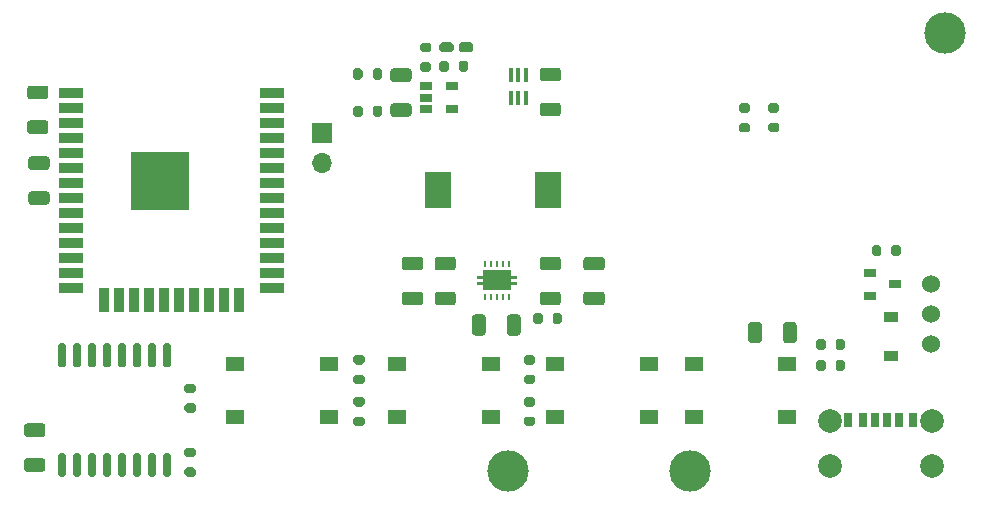
<source format=gts>
G04 #@! TF.GenerationSoftware,KiCad,Pcbnew,5.1.9-73d0e3b20d~88~ubuntu20.04.1*
G04 #@! TF.CreationDate,2021-01-28T18:16:06+05:30*
G04 #@! TF.ProjectId,open_authenticator,6f70656e-5f61-4757-9468-656e74696361,v01*
G04 #@! TF.SameCoordinates,Original*
G04 #@! TF.FileFunction,Soldermask,Top*
G04 #@! TF.FilePolarity,Negative*
%FSLAX46Y46*%
G04 Gerber Fmt 4.6, Leading zero omitted, Abs format (unit mm)*
G04 Created by KiCad (PCBNEW 5.1.9-73d0e3b20d~88~ubuntu20.04.1) date 2021-01-28 18:16:06*
%MOMM*%
%LPD*%
G01*
G04 APERTURE LIST*
%ADD10C,3.500000*%
%ADD11R,1.550000X1.300000*%
%ADD12R,0.700000X1.200000*%
%ADD13R,0.760000X1.200000*%
%ADD14R,0.800000X1.200000*%
%ADD15C,2.000000*%
%ADD16R,1.200000X0.900000*%
%ADD17R,0.240000X0.600000*%
%ADD18C,0.100000*%
%ADD19R,0.400000X1.200000*%
%ADD20R,2.200000X3.050000*%
%ADD21R,1.100000X0.650000*%
%ADD22R,2.000000X0.900000*%
%ADD23R,0.900000X2.000000*%
%ADD24R,5.000000X5.000000*%
%ADD25R,1.060000X0.650000*%
%ADD26R,1.700000X1.700000*%
%ADD27O,1.700000X1.700000*%
%ADD28C,1.524000*%
G04 APERTURE END LIST*
D10*
X132422900Y-119659400D03*
X147802600Y-119659400D03*
X169395140Y-82555080D03*
D11*
X156075000Y-110600000D03*
X156075000Y-115100000D03*
X148125000Y-115100000D03*
X148125000Y-110600000D03*
D12*
X163480000Y-115311720D03*
D13*
X165500000Y-115311720D03*
D14*
X166730000Y-115311720D03*
D12*
X164480000Y-115311720D03*
D13*
X162460000Y-115311720D03*
D14*
X161230000Y-115311720D03*
D15*
X159660000Y-119261720D03*
X168300000Y-119261720D03*
X168300000Y-115461720D03*
X159660000Y-115461720D03*
D11*
X109300000Y-110600000D03*
X109300000Y-115100000D03*
X117250000Y-115100000D03*
X117250000Y-110600000D03*
G36*
G01*
X105775000Y-113075000D02*
X105225000Y-113075000D01*
G75*
G02*
X105025000Y-112875000I0J200000D01*
G01*
X105025000Y-112475000D01*
G75*
G02*
X105225000Y-112275000I200000J0D01*
G01*
X105775000Y-112275000D01*
G75*
G02*
X105975000Y-112475000I0J-200000D01*
G01*
X105975000Y-112875000D01*
G75*
G02*
X105775000Y-113075000I-200000J0D01*
G01*
G37*
G36*
G01*
X105775000Y-114725000D02*
X105225000Y-114725000D01*
G75*
G02*
X105025000Y-114525000I0J200000D01*
G01*
X105025000Y-114125000D01*
G75*
G02*
X105225000Y-113925000I200000J0D01*
G01*
X105775000Y-113925000D01*
G75*
G02*
X105975000Y-114125000I0J-200000D01*
G01*
X105975000Y-114525000D01*
G75*
G02*
X105775000Y-114725000I-200000J0D01*
G01*
G37*
D16*
X164833300Y-106647980D03*
X164833300Y-109947980D03*
G36*
G01*
X155184520Y-90975900D02*
X154634520Y-90975900D01*
G75*
G02*
X154434520Y-90775900I0J200000D01*
G01*
X154434520Y-90375900D01*
G75*
G02*
X154634520Y-90175900I200000J0D01*
G01*
X155184520Y-90175900D01*
G75*
G02*
X155384520Y-90375900I0J-200000D01*
G01*
X155384520Y-90775900D01*
G75*
G02*
X155184520Y-90975900I-200000J0D01*
G01*
G37*
G36*
G01*
X155184520Y-89325900D02*
X154634520Y-89325900D01*
G75*
G02*
X154434520Y-89125900I0J200000D01*
G01*
X154434520Y-88725900D01*
G75*
G02*
X154634520Y-88525900I200000J0D01*
G01*
X155184520Y-88525900D01*
G75*
G02*
X155384520Y-88725900I0J-200000D01*
G01*
X155384520Y-89125900D01*
G75*
G02*
X155184520Y-89325900I-200000J0D01*
G01*
G37*
G36*
G01*
X152718180Y-90983520D02*
X152168180Y-90983520D01*
G75*
G02*
X151968180Y-90783520I0J200000D01*
G01*
X151968180Y-90383520D01*
G75*
G02*
X152168180Y-90183520I200000J0D01*
G01*
X152718180Y-90183520D01*
G75*
G02*
X152918180Y-90383520I0J-200000D01*
G01*
X152918180Y-90783520D01*
G75*
G02*
X152718180Y-90983520I-200000J0D01*
G01*
G37*
G36*
G01*
X152718180Y-89333520D02*
X152168180Y-89333520D01*
G75*
G02*
X151968180Y-89133520I0J200000D01*
G01*
X151968180Y-88733520D01*
G75*
G02*
X152168180Y-88533520I200000J0D01*
G01*
X152718180Y-88533520D01*
G75*
G02*
X152918180Y-88733520I0J-200000D01*
G01*
X152918180Y-89133520D01*
G75*
G02*
X152718180Y-89333520I-200000J0D01*
G01*
G37*
G36*
G01*
X123674999Y-104475000D02*
X124975001Y-104475000D01*
G75*
G02*
X125225000Y-104724999I0J-249999D01*
G01*
X125225000Y-105375001D01*
G75*
G02*
X124975001Y-105625000I-249999J0D01*
G01*
X123674999Y-105625000D01*
G75*
G02*
X123425000Y-105375001I0J249999D01*
G01*
X123425000Y-104724999D01*
G75*
G02*
X123674999Y-104475000I249999J0D01*
G01*
G37*
G36*
G01*
X123674999Y-101525000D02*
X124975001Y-101525000D01*
G75*
G02*
X125225000Y-101774999I0J-249999D01*
G01*
X125225000Y-102425001D01*
G75*
G02*
X124975001Y-102675000I-249999J0D01*
G01*
X123674999Y-102675000D01*
G75*
G02*
X123425000Y-102425001I0J249999D01*
G01*
X123425000Y-101774999D01*
G75*
G02*
X123674999Y-101525000I249999J0D01*
G01*
G37*
D17*
X132500000Y-102100000D03*
X132000000Y-102100000D03*
X131500000Y-102100000D03*
X131000000Y-102100000D03*
X130500000Y-102100000D03*
X130500000Y-104900000D03*
X131000000Y-104900000D03*
X131500000Y-104900000D03*
X132000000Y-104900000D03*
X132500000Y-104900000D03*
D18*
G36*
X132700000Y-103375000D02*
G01*
X132700000Y-103625000D01*
X133200000Y-103625000D01*
X133200000Y-103875000D01*
X132700000Y-103875000D01*
X132700000Y-104325000D01*
X130300000Y-104325000D01*
X130300000Y-103875000D01*
X129800000Y-103875000D01*
X129800000Y-103625000D01*
X130300000Y-103625000D01*
X130300000Y-103375000D01*
X129800000Y-103375000D01*
X129800000Y-103125000D01*
X130300000Y-103125000D01*
X130300000Y-102675000D01*
X132700000Y-102675000D01*
X132700000Y-103125000D01*
X133200000Y-103125000D01*
X133200000Y-103375000D01*
X132700000Y-103375000D01*
G37*
G36*
G01*
X91699999Y-118575000D02*
X93000001Y-118575000D01*
G75*
G02*
X93250000Y-118824999I0J-249999D01*
G01*
X93250000Y-119475001D01*
G75*
G02*
X93000001Y-119725000I-249999J0D01*
G01*
X91699999Y-119725000D01*
G75*
G02*
X91450000Y-119475001I0J249999D01*
G01*
X91450000Y-118824999D01*
G75*
G02*
X91699999Y-118575000I249999J0D01*
G01*
G37*
G36*
G01*
X91699999Y-115625000D02*
X93000001Y-115625000D01*
G75*
G02*
X93250000Y-115874999I0J-249999D01*
G01*
X93250000Y-116525001D01*
G75*
G02*
X93000001Y-116775000I-249999J0D01*
G01*
X91699999Y-116775000D01*
G75*
G02*
X91450000Y-116525001I0J249999D01*
G01*
X91450000Y-115874999D01*
G75*
G02*
X91699999Y-115625000I249999J0D01*
G01*
G37*
G36*
G01*
X91949999Y-87025000D02*
X93250001Y-87025000D01*
G75*
G02*
X93500000Y-87274999I0J-249999D01*
G01*
X93500000Y-87925001D01*
G75*
G02*
X93250001Y-88175000I-249999J0D01*
G01*
X91949999Y-88175000D01*
G75*
G02*
X91700000Y-87925001I0J249999D01*
G01*
X91700000Y-87274999D01*
G75*
G02*
X91949999Y-87025000I249999J0D01*
G01*
G37*
G36*
G01*
X91949999Y-89975000D02*
X93250001Y-89975000D01*
G75*
G02*
X93500000Y-90224999I0J-249999D01*
G01*
X93500000Y-90875001D01*
G75*
G02*
X93250001Y-91125000I-249999J0D01*
G01*
X91949999Y-91125000D01*
G75*
G02*
X91700000Y-90875001I0J249999D01*
G01*
X91700000Y-90224999D01*
G75*
G02*
X91949999Y-89975000I249999J0D01*
G01*
G37*
G36*
G01*
X93350001Y-97125000D02*
X92049999Y-97125000D01*
G75*
G02*
X91800000Y-96875001I0J249999D01*
G01*
X91800000Y-96224999D01*
G75*
G02*
X92049999Y-95975000I249999J0D01*
G01*
X93350001Y-95975000D01*
G75*
G02*
X93600000Y-96224999I0J-249999D01*
G01*
X93600000Y-96875001D01*
G75*
G02*
X93350001Y-97125000I-249999J0D01*
G01*
G37*
G36*
G01*
X93350001Y-94175000D02*
X92049999Y-94175000D01*
G75*
G02*
X91800000Y-93925001I0J249999D01*
G01*
X91800000Y-93274999D01*
G75*
G02*
X92049999Y-93025000I249999J0D01*
G01*
X93350001Y-93025000D01*
G75*
G02*
X93600000Y-93274999I0J-249999D01*
G01*
X93600000Y-93925001D01*
G75*
G02*
X93350001Y-94175000I-249999J0D01*
G01*
G37*
G36*
G01*
X156854720Y-107285379D02*
X156854720Y-108585381D01*
G75*
G02*
X156604721Y-108835380I-249999J0D01*
G01*
X155954719Y-108835380D01*
G75*
G02*
X155704720Y-108585381I0J249999D01*
G01*
X155704720Y-107285379D01*
G75*
G02*
X155954719Y-107035380I249999J0D01*
G01*
X156604721Y-107035380D01*
G75*
G02*
X156854720Y-107285379I0J-249999D01*
G01*
G37*
G36*
G01*
X153904720Y-107285379D02*
X153904720Y-108585381D01*
G75*
G02*
X153654721Y-108835380I-249999J0D01*
G01*
X153004719Y-108835380D01*
G75*
G02*
X152754720Y-108585381I0J249999D01*
G01*
X152754720Y-107285379D01*
G75*
G02*
X153004719Y-107035380I249999J0D01*
G01*
X153654721Y-107035380D01*
G75*
G02*
X153904720Y-107285379I0J-249999D01*
G01*
G37*
G36*
G01*
X122699999Y-85575000D02*
X124000001Y-85575000D01*
G75*
G02*
X124250000Y-85824999I0J-249999D01*
G01*
X124250000Y-86475001D01*
G75*
G02*
X124000001Y-86725000I-249999J0D01*
G01*
X122699999Y-86725000D01*
G75*
G02*
X122450000Y-86475001I0J249999D01*
G01*
X122450000Y-85824999D01*
G75*
G02*
X122699999Y-85575000I249999J0D01*
G01*
G37*
G36*
G01*
X122699999Y-88525000D02*
X124000001Y-88525000D01*
G75*
G02*
X124250000Y-88774999I0J-249999D01*
G01*
X124250000Y-89425001D01*
G75*
G02*
X124000001Y-89675000I-249999J0D01*
G01*
X122699999Y-89675000D01*
G75*
G02*
X122450000Y-89425001I0J249999D01*
G01*
X122450000Y-88774999D01*
G75*
G02*
X122699999Y-88525000I249999J0D01*
G01*
G37*
G36*
G01*
X135349999Y-88475000D02*
X136650001Y-88475000D01*
G75*
G02*
X136900000Y-88724999I0J-249999D01*
G01*
X136900000Y-89375001D01*
G75*
G02*
X136650001Y-89625000I-249999J0D01*
G01*
X135349999Y-89625000D01*
G75*
G02*
X135100000Y-89375001I0J249999D01*
G01*
X135100000Y-88724999D01*
G75*
G02*
X135349999Y-88475000I249999J0D01*
G01*
G37*
G36*
G01*
X135349999Y-85525000D02*
X136650001Y-85525000D01*
G75*
G02*
X136900000Y-85774999I0J-249999D01*
G01*
X136900000Y-86425001D01*
G75*
G02*
X136650001Y-86675000I-249999J0D01*
G01*
X135349999Y-86675000D01*
G75*
G02*
X135100000Y-86425001I0J249999D01*
G01*
X135100000Y-85774999D01*
G75*
G02*
X135349999Y-85525000I249999J0D01*
G01*
G37*
G36*
G01*
X126449999Y-104475000D02*
X127750001Y-104475000D01*
G75*
G02*
X128000000Y-104724999I0J-249999D01*
G01*
X128000000Y-105375001D01*
G75*
G02*
X127750001Y-105625000I-249999J0D01*
G01*
X126449999Y-105625000D01*
G75*
G02*
X126200000Y-105375001I0J249999D01*
G01*
X126200000Y-104724999D01*
G75*
G02*
X126449999Y-104475000I249999J0D01*
G01*
G37*
G36*
G01*
X126449999Y-101525000D02*
X127750001Y-101525000D01*
G75*
G02*
X128000000Y-101774999I0J-249999D01*
G01*
X128000000Y-102425001D01*
G75*
G02*
X127750001Y-102675000I-249999J0D01*
G01*
X126449999Y-102675000D01*
G75*
G02*
X126200000Y-102425001I0J249999D01*
G01*
X126200000Y-101774999D01*
G75*
G02*
X126449999Y-101525000I249999J0D01*
G01*
G37*
G36*
G01*
X130525000Y-106649999D02*
X130525000Y-107950001D01*
G75*
G02*
X130275001Y-108200000I-249999J0D01*
G01*
X129624999Y-108200000D01*
G75*
G02*
X129375000Y-107950001I0J249999D01*
G01*
X129375000Y-106649999D01*
G75*
G02*
X129624999Y-106400000I249999J0D01*
G01*
X130275001Y-106400000D01*
G75*
G02*
X130525000Y-106649999I0J-249999D01*
G01*
G37*
G36*
G01*
X133475000Y-106649999D02*
X133475000Y-107950001D01*
G75*
G02*
X133225001Y-108200000I-249999J0D01*
G01*
X132574999Y-108200000D01*
G75*
G02*
X132325000Y-107950001I0J249999D01*
G01*
X132325000Y-106649999D01*
G75*
G02*
X132574999Y-106400000I249999J0D01*
G01*
X133225001Y-106400000D01*
G75*
G02*
X133475000Y-106649999I0J-249999D01*
G01*
G37*
G36*
G01*
X135349999Y-101525000D02*
X136650001Y-101525000D01*
G75*
G02*
X136900000Y-101774999I0J-249999D01*
G01*
X136900000Y-102425001D01*
G75*
G02*
X136650001Y-102675000I-249999J0D01*
G01*
X135349999Y-102675000D01*
G75*
G02*
X135100000Y-102425001I0J249999D01*
G01*
X135100000Y-101774999D01*
G75*
G02*
X135349999Y-101525000I249999J0D01*
G01*
G37*
G36*
G01*
X135349999Y-104475000D02*
X136650001Y-104475000D01*
G75*
G02*
X136900000Y-104724999I0J-249999D01*
G01*
X136900000Y-105375001D01*
G75*
G02*
X136650001Y-105625000I-249999J0D01*
G01*
X135349999Y-105625000D01*
G75*
G02*
X135100000Y-105375001I0J249999D01*
G01*
X135100000Y-104724999D01*
G75*
G02*
X135349999Y-104475000I249999J0D01*
G01*
G37*
G36*
G01*
X139049999Y-104475000D02*
X140350001Y-104475000D01*
G75*
G02*
X140600000Y-104724999I0J-249999D01*
G01*
X140600000Y-105375001D01*
G75*
G02*
X140350001Y-105625000I-249999J0D01*
G01*
X139049999Y-105625000D01*
G75*
G02*
X138800000Y-105375001I0J249999D01*
G01*
X138800000Y-104724999D01*
G75*
G02*
X139049999Y-104475000I249999J0D01*
G01*
G37*
G36*
G01*
X139049999Y-101525000D02*
X140350001Y-101525000D01*
G75*
G02*
X140600000Y-101774999I0J-249999D01*
G01*
X140600000Y-102425001D01*
G75*
G02*
X140350001Y-102675000I-249999J0D01*
G01*
X139049999Y-102675000D01*
G75*
G02*
X138800000Y-102425001I0J249999D01*
G01*
X138800000Y-101774999D01*
G75*
G02*
X139049999Y-101525000I249999J0D01*
G01*
G37*
G36*
G01*
X128237500Y-84012500D02*
X128237500Y-83587500D01*
G75*
G02*
X128450000Y-83375000I212500J0D01*
G01*
X129250000Y-83375000D01*
G75*
G02*
X129462500Y-83587500I0J-212500D01*
G01*
X129462500Y-84012500D01*
G75*
G02*
X129250000Y-84225000I-212500J0D01*
G01*
X128450000Y-84225000D01*
G75*
G02*
X128237500Y-84012500I0J212500D01*
G01*
G37*
G36*
G01*
X126612500Y-84012500D02*
X126612500Y-83587500D01*
G75*
G02*
X126825000Y-83375000I212500J0D01*
G01*
X127625000Y-83375000D01*
G75*
G02*
X127837500Y-83587500I0J-212500D01*
G01*
X127837500Y-84012500D01*
G75*
G02*
X127625000Y-84225000I-212500J0D01*
G01*
X126825000Y-84225000D01*
G75*
G02*
X126612500Y-84012500I0J212500D01*
G01*
G37*
D19*
X133950000Y-88050000D03*
X133300000Y-88050000D03*
X132650000Y-88050000D03*
X132650000Y-86150000D03*
X133300000Y-86150000D03*
X133950000Y-86150000D03*
D20*
X126500000Y-95850000D03*
X135800000Y-95850000D03*
D21*
X163051780Y-102900600D03*
X163051780Y-104820600D03*
X165151780Y-103860600D03*
G36*
G01*
X135350000Y-106475000D02*
X135350000Y-107025000D01*
G75*
G02*
X135150000Y-107225000I-200000J0D01*
G01*
X134750000Y-107225000D01*
G75*
G02*
X134550000Y-107025000I0J200000D01*
G01*
X134550000Y-106475000D01*
G75*
G02*
X134750000Y-106275000I200000J0D01*
G01*
X135150000Y-106275000D01*
G75*
G02*
X135350000Y-106475000I0J-200000D01*
G01*
G37*
G36*
G01*
X137000000Y-106475000D02*
X137000000Y-107025000D01*
G75*
G02*
X136800000Y-107225000I-200000J0D01*
G01*
X136400000Y-107225000D01*
G75*
G02*
X136200000Y-107025000I0J200000D01*
G01*
X136200000Y-106475000D01*
G75*
G02*
X136400000Y-106275000I200000J0D01*
G01*
X136800000Y-106275000D01*
G75*
G02*
X137000000Y-106475000I0J-200000D01*
G01*
G37*
G36*
G01*
X105225000Y-117700000D02*
X105775000Y-117700000D01*
G75*
G02*
X105975000Y-117900000I0J-200000D01*
G01*
X105975000Y-118300000D01*
G75*
G02*
X105775000Y-118500000I-200000J0D01*
G01*
X105225000Y-118500000D01*
G75*
G02*
X105025000Y-118300000I0J200000D01*
G01*
X105025000Y-117900000D01*
G75*
G02*
X105225000Y-117700000I200000J0D01*
G01*
G37*
G36*
G01*
X105225000Y-119350000D02*
X105775000Y-119350000D01*
G75*
G02*
X105975000Y-119550000I0J-200000D01*
G01*
X105975000Y-119950000D01*
G75*
G02*
X105775000Y-120150000I-200000J0D01*
G01*
X105225000Y-120150000D01*
G75*
G02*
X105025000Y-119950000I0J200000D01*
G01*
X105025000Y-119550000D01*
G75*
G02*
X105225000Y-119350000I200000J0D01*
G01*
G37*
G36*
G01*
X120075000Y-112300000D02*
X119525000Y-112300000D01*
G75*
G02*
X119325000Y-112100000I0J200000D01*
G01*
X119325000Y-111700000D01*
G75*
G02*
X119525000Y-111500000I200000J0D01*
G01*
X120075000Y-111500000D01*
G75*
G02*
X120275000Y-111700000I0J-200000D01*
G01*
X120275000Y-112100000D01*
G75*
G02*
X120075000Y-112300000I-200000J0D01*
G01*
G37*
G36*
G01*
X120075000Y-110650000D02*
X119525000Y-110650000D01*
G75*
G02*
X119325000Y-110450000I0J200000D01*
G01*
X119325000Y-110050000D01*
G75*
G02*
X119525000Y-109850000I200000J0D01*
G01*
X120075000Y-109850000D01*
G75*
G02*
X120275000Y-110050000I0J-200000D01*
G01*
X120275000Y-110450000D01*
G75*
G02*
X120075000Y-110650000I-200000J0D01*
G01*
G37*
G36*
G01*
X133975000Y-115047580D02*
X134525000Y-115047580D01*
G75*
G02*
X134725000Y-115247580I0J-200000D01*
G01*
X134725000Y-115647580D01*
G75*
G02*
X134525000Y-115847580I-200000J0D01*
G01*
X133975000Y-115847580D01*
G75*
G02*
X133775000Y-115647580I0J200000D01*
G01*
X133775000Y-115247580D01*
G75*
G02*
X133975000Y-115047580I200000J0D01*
G01*
G37*
G36*
G01*
X133975000Y-113397580D02*
X134525000Y-113397580D01*
G75*
G02*
X134725000Y-113597580I0J-200000D01*
G01*
X134725000Y-113997580D01*
G75*
G02*
X134525000Y-114197580I-200000J0D01*
G01*
X133975000Y-114197580D01*
G75*
G02*
X133775000Y-113997580I0J200000D01*
G01*
X133775000Y-113597580D01*
G75*
G02*
X133975000Y-113397580I200000J0D01*
G01*
G37*
G36*
G01*
X134525000Y-112300000D02*
X133975000Y-112300000D01*
G75*
G02*
X133775000Y-112100000I0J200000D01*
G01*
X133775000Y-111700000D01*
G75*
G02*
X133975000Y-111500000I200000J0D01*
G01*
X134525000Y-111500000D01*
G75*
G02*
X134725000Y-111700000I0J-200000D01*
G01*
X134725000Y-112100000D01*
G75*
G02*
X134525000Y-112300000I-200000J0D01*
G01*
G37*
G36*
G01*
X134525000Y-110650000D02*
X133975000Y-110650000D01*
G75*
G02*
X133775000Y-110450000I0J200000D01*
G01*
X133775000Y-110050000D01*
G75*
G02*
X133975000Y-109850000I200000J0D01*
G01*
X134525000Y-109850000D01*
G75*
G02*
X134725000Y-110050000I0J-200000D01*
G01*
X134725000Y-110450000D01*
G75*
G02*
X134525000Y-110650000I-200000J0D01*
G01*
G37*
G36*
G01*
X128250000Y-85675000D02*
X128250000Y-85125000D01*
G75*
G02*
X128450000Y-84925000I200000J0D01*
G01*
X128850000Y-84925000D01*
G75*
G02*
X129050000Y-85125000I0J-200000D01*
G01*
X129050000Y-85675000D01*
G75*
G02*
X128850000Y-85875000I-200000J0D01*
G01*
X128450000Y-85875000D01*
G75*
G02*
X128250000Y-85675000I0J200000D01*
G01*
G37*
G36*
G01*
X126600000Y-85675000D02*
X126600000Y-85125000D01*
G75*
G02*
X126800000Y-84925000I200000J0D01*
G01*
X127200000Y-84925000D01*
G75*
G02*
X127400000Y-85125000I0J-200000D01*
G01*
X127400000Y-85675000D01*
G75*
G02*
X127200000Y-85875000I-200000J0D01*
G01*
X126800000Y-85875000D01*
G75*
G02*
X126600000Y-85675000I0J200000D01*
G01*
G37*
G36*
G01*
X125725000Y-85850000D02*
X125175000Y-85850000D01*
G75*
G02*
X124975000Y-85650000I0J200000D01*
G01*
X124975000Y-85250000D01*
G75*
G02*
X125175000Y-85050000I200000J0D01*
G01*
X125725000Y-85050000D01*
G75*
G02*
X125925000Y-85250000I0J-200000D01*
G01*
X125925000Y-85650000D01*
G75*
G02*
X125725000Y-85850000I-200000J0D01*
G01*
G37*
G36*
G01*
X125725000Y-84200000D02*
X125175000Y-84200000D01*
G75*
G02*
X124975000Y-84000000I0J200000D01*
G01*
X124975000Y-83600000D01*
G75*
G02*
X125175000Y-83400000I200000J0D01*
G01*
X125725000Y-83400000D01*
G75*
G02*
X125925000Y-83600000I0J-200000D01*
G01*
X125925000Y-84000000D01*
G75*
G02*
X125725000Y-84200000I-200000J0D01*
G01*
G37*
G36*
G01*
X120100000Y-88925000D02*
X120100000Y-89475000D01*
G75*
G02*
X119900000Y-89675000I-200000J0D01*
G01*
X119500000Y-89675000D01*
G75*
G02*
X119300000Y-89475000I0J200000D01*
G01*
X119300000Y-88925000D01*
G75*
G02*
X119500000Y-88725000I200000J0D01*
G01*
X119900000Y-88725000D01*
G75*
G02*
X120100000Y-88925000I0J-200000D01*
G01*
G37*
G36*
G01*
X121750000Y-88925000D02*
X121750000Y-89475000D01*
G75*
G02*
X121550000Y-89675000I-200000J0D01*
G01*
X121150000Y-89675000D01*
G75*
G02*
X120950000Y-89475000I0J200000D01*
G01*
X120950000Y-88925000D01*
G75*
G02*
X121150000Y-88725000I200000J0D01*
G01*
X121550000Y-88725000D01*
G75*
G02*
X121750000Y-88925000I0J-200000D01*
G01*
G37*
G36*
G01*
X119300000Y-86325000D02*
X119300000Y-85775000D01*
G75*
G02*
X119500000Y-85575000I200000J0D01*
G01*
X119900000Y-85575000D01*
G75*
G02*
X120100000Y-85775000I0J-200000D01*
G01*
X120100000Y-86325000D01*
G75*
G02*
X119900000Y-86525000I-200000J0D01*
G01*
X119500000Y-86525000D01*
G75*
G02*
X119300000Y-86325000I0J200000D01*
G01*
G37*
G36*
G01*
X120950000Y-86325000D02*
X120950000Y-85775000D01*
G75*
G02*
X121150000Y-85575000I200000J0D01*
G01*
X121550000Y-85575000D01*
G75*
G02*
X121750000Y-85775000I0J-200000D01*
G01*
X121750000Y-86325000D01*
G75*
G02*
X121550000Y-86525000I-200000J0D01*
G01*
X121150000Y-86525000D01*
G75*
G02*
X120950000Y-86325000I0J200000D01*
G01*
G37*
G36*
G01*
X158505440Y-109223220D02*
X158505440Y-108673220D01*
G75*
G02*
X158705440Y-108473220I200000J0D01*
G01*
X159105440Y-108473220D01*
G75*
G02*
X159305440Y-108673220I0J-200000D01*
G01*
X159305440Y-109223220D01*
G75*
G02*
X159105440Y-109423220I-200000J0D01*
G01*
X158705440Y-109423220D01*
G75*
G02*
X158505440Y-109223220I0J200000D01*
G01*
G37*
G36*
G01*
X160155440Y-109223220D02*
X160155440Y-108673220D01*
G75*
G02*
X160355440Y-108473220I200000J0D01*
G01*
X160755440Y-108473220D01*
G75*
G02*
X160955440Y-108673220I0J-200000D01*
G01*
X160955440Y-109223220D01*
G75*
G02*
X160755440Y-109423220I-200000J0D01*
G01*
X160355440Y-109423220D01*
G75*
G02*
X160155440Y-109223220I0J200000D01*
G01*
G37*
G36*
G01*
X160161660Y-111000000D02*
X160161660Y-110450000D01*
G75*
G02*
X160361660Y-110250000I200000J0D01*
G01*
X160761660Y-110250000D01*
G75*
G02*
X160961660Y-110450000I0J-200000D01*
G01*
X160961660Y-111000000D01*
G75*
G02*
X160761660Y-111200000I-200000J0D01*
G01*
X160361660Y-111200000D01*
G75*
G02*
X160161660Y-111000000I0J200000D01*
G01*
G37*
G36*
G01*
X158511660Y-111000000D02*
X158511660Y-110450000D01*
G75*
G02*
X158711660Y-110250000I200000J0D01*
G01*
X159111660Y-110250000D01*
G75*
G02*
X159311660Y-110450000I0J-200000D01*
G01*
X159311660Y-111000000D01*
G75*
G02*
X159111660Y-111200000I-200000J0D01*
G01*
X158711660Y-111200000D01*
G75*
G02*
X158511660Y-111000000I0J200000D01*
G01*
G37*
G36*
G01*
X163224260Y-101270480D02*
X163224260Y-100720480D01*
G75*
G02*
X163424260Y-100520480I200000J0D01*
G01*
X163824260Y-100520480D01*
G75*
G02*
X164024260Y-100720480I0J-200000D01*
G01*
X164024260Y-101270480D01*
G75*
G02*
X163824260Y-101470480I-200000J0D01*
G01*
X163424260Y-101470480D01*
G75*
G02*
X163224260Y-101270480I0J200000D01*
G01*
G37*
G36*
G01*
X164874260Y-101270480D02*
X164874260Y-100720480D01*
G75*
G02*
X165074260Y-100520480I200000J0D01*
G01*
X165474260Y-100520480D01*
G75*
G02*
X165674260Y-100720480I0J-200000D01*
G01*
X165674260Y-101270480D01*
G75*
G02*
X165474260Y-101470480I-200000J0D01*
G01*
X165074260Y-101470480D01*
G75*
G02*
X164874260Y-101270480I0J200000D01*
G01*
G37*
G36*
G01*
X119525000Y-115047580D02*
X120075000Y-115047580D01*
G75*
G02*
X120275000Y-115247580I0J-200000D01*
G01*
X120275000Y-115647580D01*
G75*
G02*
X120075000Y-115847580I-200000J0D01*
G01*
X119525000Y-115847580D01*
G75*
G02*
X119325000Y-115647580I0J200000D01*
G01*
X119325000Y-115247580D01*
G75*
G02*
X119525000Y-115047580I200000J0D01*
G01*
G37*
G36*
G01*
X119525000Y-113397580D02*
X120075000Y-113397580D01*
G75*
G02*
X120275000Y-113597580I0J-200000D01*
G01*
X120275000Y-113997580D01*
G75*
G02*
X120075000Y-114197580I-200000J0D01*
G01*
X119525000Y-114197580D01*
G75*
G02*
X119325000Y-113997580I0J200000D01*
G01*
X119325000Y-113597580D01*
G75*
G02*
X119525000Y-113397580I200000J0D01*
G01*
G37*
D11*
X123025000Y-115100000D03*
X123025000Y-110600000D03*
X130975000Y-110600000D03*
X130975000Y-115100000D03*
X136375000Y-110600000D03*
X136375000Y-115100000D03*
X144325000Y-115100000D03*
X144325000Y-110600000D03*
D22*
X112450000Y-87645000D03*
X112450000Y-88915000D03*
X112450000Y-90185000D03*
X112450000Y-91455000D03*
X112450000Y-92725000D03*
X112450000Y-93995000D03*
X112450000Y-95265000D03*
X112450000Y-96535000D03*
X112450000Y-97805000D03*
X112450000Y-99075000D03*
X112450000Y-100345000D03*
X112450000Y-101615000D03*
X112450000Y-102885000D03*
X112450000Y-104155000D03*
D23*
X109665000Y-105155000D03*
X108395000Y-105155000D03*
X107125000Y-105155000D03*
X105855000Y-105155000D03*
X104585000Y-105155000D03*
X103315000Y-105155000D03*
X102045000Y-105155000D03*
X100775000Y-105155000D03*
X99505000Y-105155000D03*
X98235000Y-105155000D03*
D22*
X95450000Y-104155000D03*
X95450000Y-102885000D03*
X95450000Y-101615000D03*
X95450000Y-100345000D03*
X95450000Y-99075000D03*
X95450000Y-97805000D03*
X95450000Y-96535000D03*
X95450000Y-95265000D03*
X95450000Y-93995000D03*
X95450000Y-92725000D03*
X95450000Y-91455000D03*
X95450000Y-90185000D03*
X95450000Y-88915000D03*
X95450000Y-87645000D03*
D24*
X102950000Y-95145000D03*
G36*
G01*
X103395000Y-108825000D02*
X103695000Y-108825000D01*
G75*
G02*
X103845000Y-108975000I0J-150000D01*
G01*
X103845000Y-110725000D01*
G75*
G02*
X103695000Y-110875000I-150000J0D01*
G01*
X103395000Y-110875000D01*
G75*
G02*
X103245000Y-110725000I0J150000D01*
G01*
X103245000Y-108975000D01*
G75*
G02*
X103395000Y-108825000I150000J0D01*
G01*
G37*
G36*
G01*
X102125000Y-108825000D02*
X102425000Y-108825000D01*
G75*
G02*
X102575000Y-108975000I0J-150000D01*
G01*
X102575000Y-110725000D01*
G75*
G02*
X102425000Y-110875000I-150000J0D01*
G01*
X102125000Y-110875000D01*
G75*
G02*
X101975000Y-110725000I0J150000D01*
G01*
X101975000Y-108975000D01*
G75*
G02*
X102125000Y-108825000I150000J0D01*
G01*
G37*
G36*
G01*
X100855000Y-108825000D02*
X101155000Y-108825000D01*
G75*
G02*
X101305000Y-108975000I0J-150000D01*
G01*
X101305000Y-110725000D01*
G75*
G02*
X101155000Y-110875000I-150000J0D01*
G01*
X100855000Y-110875000D01*
G75*
G02*
X100705000Y-110725000I0J150000D01*
G01*
X100705000Y-108975000D01*
G75*
G02*
X100855000Y-108825000I150000J0D01*
G01*
G37*
G36*
G01*
X99585000Y-108825000D02*
X99885000Y-108825000D01*
G75*
G02*
X100035000Y-108975000I0J-150000D01*
G01*
X100035000Y-110725000D01*
G75*
G02*
X99885000Y-110875000I-150000J0D01*
G01*
X99585000Y-110875000D01*
G75*
G02*
X99435000Y-110725000I0J150000D01*
G01*
X99435000Y-108975000D01*
G75*
G02*
X99585000Y-108825000I150000J0D01*
G01*
G37*
G36*
G01*
X98315000Y-108825000D02*
X98615000Y-108825000D01*
G75*
G02*
X98765000Y-108975000I0J-150000D01*
G01*
X98765000Y-110725000D01*
G75*
G02*
X98615000Y-110875000I-150000J0D01*
G01*
X98315000Y-110875000D01*
G75*
G02*
X98165000Y-110725000I0J150000D01*
G01*
X98165000Y-108975000D01*
G75*
G02*
X98315000Y-108825000I150000J0D01*
G01*
G37*
G36*
G01*
X97045000Y-108825000D02*
X97345000Y-108825000D01*
G75*
G02*
X97495000Y-108975000I0J-150000D01*
G01*
X97495000Y-110725000D01*
G75*
G02*
X97345000Y-110875000I-150000J0D01*
G01*
X97045000Y-110875000D01*
G75*
G02*
X96895000Y-110725000I0J150000D01*
G01*
X96895000Y-108975000D01*
G75*
G02*
X97045000Y-108825000I150000J0D01*
G01*
G37*
G36*
G01*
X95775000Y-108825000D02*
X96075000Y-108825000D01*
G75*
G02*
X96225000Y-108975000I0J-150000D01*
G01*
X96225000Y-110725000D01*
G75*
G02*
X96075000Y-110875000I-150000J0D01*
G01*
X95775000Y-110875000D01*
G75*
G02*
X95625000Y-110725000I0J150000D01*
G01*
X95625000Y-108975000D01*
G75*
G02*
X95775000Y-108825000I150000J0D01*
G01*
G37*
G36*
G01*
X94505000Y-108825000D02*
X94805000Y-108825000D01*
G75*
G02*
X94955000Y-108975000I0J-150000D01*
G01*
X94955000Y-110725000D01*
G75*
G02*
X94805000Y-110875000I-150000J0D01*
G01*
X94505000Y-110875000D01*
G75*
G02*
X94355000Y-110725000I0J150000D01*
G01*
X94355000Y-108975000D01*
G75*
G02*
X94505000Y-108825000I150000J0D01*
G01*
G37*
G36*
G01*
X94505000Y-118125000D02*
X94805000Y-118125000D01*
G75*
G02*
X94955000Y-118275000I0J-150000D01*
G01*
X94955000Y-120025000D01*
G75*
G02*
X94805000Y-120175000I-150000J0D01*
G01*
X94505000Y-120175000D01*
G75*
G02*
X94355000Y-120025000I0J150000D01*
G01*
X94355000Y-118275000D01*
G75*
G02*
X94505000Y-118125000I150000J0D01*
G01*
G37*
G36*
G01*
X95775000Y-118125000D02*
X96075000Y-118125000D01*
G75*
G02*
X96225000Y-118275000I0J-150000D01*
G01*
X96225000Y-120025000D01*
G75*
G02*
X96075000Y-120175000I-150000J0D01*
G01*
X95775000Y-120175000D01*
G75*
G02*
X95625000Y-120025000I0J150000D01*
G01*
X95625000Y-118275000D01*
G75*
G02*
X95775000Y-118125000I150000J0D01*
G01*
G37*
G36*
G01*
X97045000Y-118125000D02*
X97345000Y-118125000D01*
G75*
G02*
X97495000Y-118275000I0J-150000D01*
G01*
X97495000Y-120025000D01*
G75*
G02*
X97345000Y-120175000I-150000J0D01*
G01*
X97045000Y-120175000D01*
G75*
G02*
X96895000Y-120025000I0J150000D01*
G01*
X96895000Y-118275000D01*
G75*
G02*
X97045000Y-118125000I150000J0D01*
G01*
G37*
G36*
G01*
X98315000Y-118125000D02*
X98615000Y-118125000D01*
G75*
G02*
X98765000Y-118275000I0J-150000D01*
G01*
X98765000Y-120025000D01*
G75*
G02*
X98615000Y-120175000I-150000J0D01*
G01*
X98315000Y-120175000D01*
G75*
G02*
X98165000Y-120025000I0J150000D01*
G01*
X98165000Y-118275000D01*
G75*
G02*
X98315000Y-118125000I150000J0D01*
G01*
G37*
G36*
G01*
X99585000Y-118125000D02*
X99885000Y-118125000D01*
G75*
G02*
X100035000Y-118275000I0J-150000D01*
G01*
X100035000Y-120025000D01*
G75*
G02*
X99885000Y-120175000I-150000J0D01*
G01*
X99585000Y-120175000D01*
G75*
G02*
X99435000Y-120025000I0J150000D01*
G01*
X99435000Y-118275000D01*
G75*
G02*
X99585000Y-118125000I150000J0D01*
G01*
G37*
G36*
G01*
X100855000Y-118125000D02*
X101155000Y-118125000D01*
G75*
G02*
X101305000Y-118275000I0J-150000D01*
G01*
X101305000Y-120025000D01*
G75*
G02*
X101155000Y-120175000I-150000J0D01*
G01*
X100855000Y-120175000D01*
G75*
G02*
X100705000Y-120025000I0J150000D01*
G01*
X100705000Y-118275000D01*
G75*
G02*
X100855000Y-118125000I150000J0D01*
G01*
G37*
G36*
G01*
X102125000Y-118125000D02*
X102425000Y-118125000D01*
G75*
G02*
X102575000Y-118275000I0J-150000D01*
G01*
X102575000Y-120025000D01*
G75*
G02*
X102425000Y-120175000I-150000J0D01*
G01*
X102125000Y-120175000D01*
G75*
G02*
X101975000Y-120025000I0J150000D01*
G01*
X101975000Y-118275000D01*
G75*
G02*
X102125000Y-118125000I150000J0D01*
G01*
G37*
G36*
G01*
X103395000Y-118125000D02*
X103695000Y-118125000D01*
G75*
G02*
X103845000Y-118275000I0J-150000D01*
G01*
X103845000Y-120025000D01*
G75*
G02*
X103695000Y-120175000I-150000J0D01*
G01*
X103395000Y-120175000D01*
G75*
G02*
X103245000Y-120025000I0J150000D01*
G01*
X103245000Y-118275000D01*
G75*
G02*
X103395000Y-118125000I150000J0D01*
G01*
G37*
D25*
X125450000Y-87100000D03*
X125450000Y-88050000D03*
X125450000Y-89000000D03*
X127650000Y-89000000D03*
X127650000Y-87100000D03*
D26*
X116636800Y-91033600D03*
D27*
X116636800Y-93573600D03*
D28*
X168216580Y-103827580D03*
X168216580Y-106367580D03*
X168216580Y-108907580D03*
M02*

</source>
